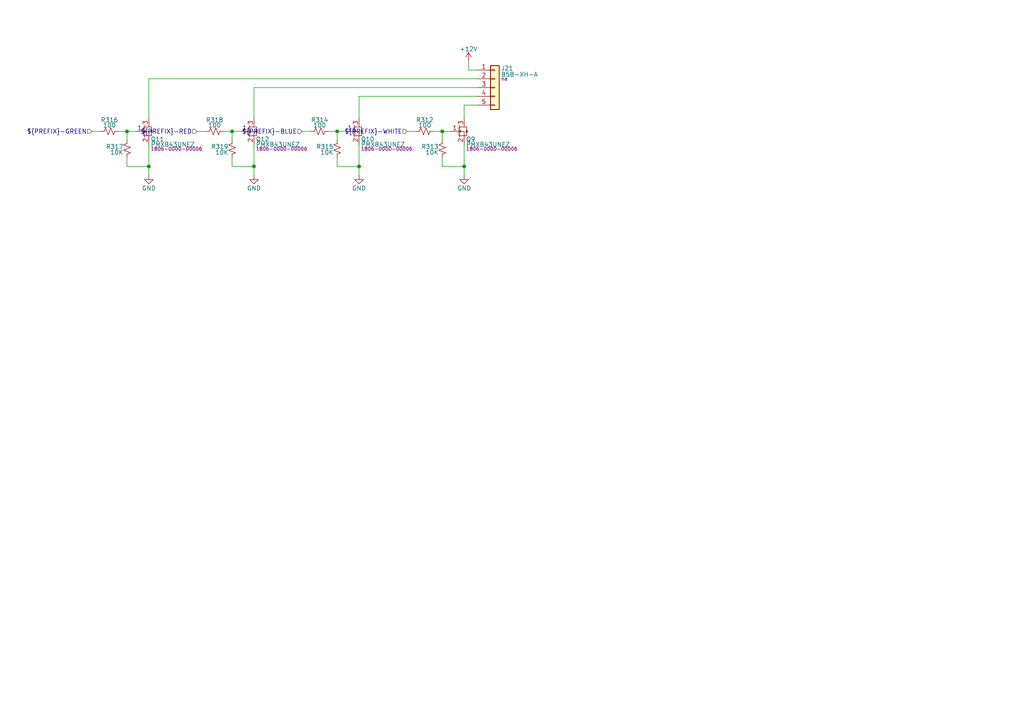
<source format=kicad_sch>
(kicad_sch
	(version 20250114)
	(generator "eeschema")
	(generator_version "9.0")
	(uuid "7bc1f2b6-a1f2-4269-8283-41e70cb464e3")
	(paper "A4")
	(lib_symbols
		(symbol "DX_Connector_JST:B5B-XH-A"
			(pin_names
				(offset 1.016)
				(hide yes)
			)
			(exclude_from_sim no)
			(in_bom yes)
			(on_board yes)
			(property "Reference" "J"
				(at 1.778 5.588 0)
				(effects
					(font
						(size 1.27 1.27)
					)
					(justify left)
				)
			)
			(property "Value" "B5B-XH-A"
				(at 1.778 3.81 0)
				(effects
					(font
						(size 1.27 1.27)
					)
					(justify left)
				)
			)
			(property "Footprint" "Daxxn_Connectors_JST:B5B-XH-A"
				(at 0 10.16 0)
				(effects
					(font
						(size 1.27 1.27)
					)
					(hide yes)
				)
			)
			(property "Datasheet" "${DATASHEETS}/eXH.pdf"
				(at 0 13.208 0)
				(effects
					(font
						(size 1.27 1.27)
					)
					(hide yes)
				)
			)
			(property "Description" "Connector Header Through Hole 5 position 0.098\" (2.50mm)"
				(at 0 11.684 0)
				(effects
					(font
						(size 1.27 1.27)
					)
					(hide yes)
				)
			)
			(property "PartNumber" "na"
				(at 1.778 2.54 0)
				(effects
					(font
						(size 1 1)
					)
					(justify left)
				)
			)
			(property "ki_keywords" "connector jst xh"
				(at 0 0 0)
				(effects
					(font
						(size 1.27 1.27)
					)
					(hide yes)
				)
			)
			(property "ki_fp_filters" "Connector*:*_1x??_*"
				(at 0 0 0)
				(effects
					(font
						(size 1.27 1.27)
					)
					(hide yes)
				)
			)
			(symbol "B5B-XH-A_1_1"
				(rectangle
					(start -1.27 6.35)
					(end 1.27 -6.35)
					(stroke
						(width 0.254)
						(type default)
					)
					(fill
						(type background)
					)
				)
				(rectangle
					(start -1.27 5.207)
					(end 0 4.953)
					(stroke
						(width 0.1524)
						(type default)
					)
					(fill
						(type none)
					)
				)
				(rectangle
					(start -1.27 2.667)
					(end 0 2.413)
					(stroke
						(width 0.1524)
						(type default)
					)
					(fill
						(type none)
					)
				)
				(rectangle
					(start -1.27 0.127)
					(end 0 -0.127)
					(stroke
						(width 0.1524)
						(type default)
					)
					(fill
						(type none)
					)
				)
				(rectangle
					(start -1.27 -2.413)
					(end 0 -2.667)
					(stroke
						(width 0.1524)
						(type default)
					)
					(fill
						(type none)
					)
				)
				(rectangle
					(start -1.27 -4.953)
					(end 0 -5.207)
					(stroke
						(width 0.1524)
						(type default)
					)
					(fill
						(type none)
					)
				)
				(pin passive line
					(at -5.08 5.08 0)
					(length 3.81)
					(name "Pin_1"
						(effects
							(font
								(size 1.27 1.27)
							)
						)
					)
					(number "1"
						(effects
							(font
								(size 1.27 1.27)
							)
						)
					)
				)
				(pin passive line
					(at -5.08 2.54 0)
					(length 3.81)
					(name "Pin_2"
						(effects
							(font
								(size 1.27 1.27)
							)
						)
					)
					(number "2"
						(effects
							(font
								(size 1.27 1.27)
							)
						)
					)
				)
				(pin passive line
					(at -5.08 0 0)
					(length 3.81)
					(name "Pin_3"
						(effects
							(font
								(size 1.27 1.27)
							)
						)
					)
					(number "3"
						(effects
							(font
								(size 1.27 1.27)
							)
						)
					)
				)
				(pin passive line
					(at -5.08 -2.54 0)
					(length 3.81)
					(name "Pin_4"
						(effects
							(font
								(size 1.27 1.27)
							)
						)
					)
					(number "4"
						(effects
							(font
								(size 1.27 1.27)
							)
						)
					)
				)
				(pin passive line
					(at -5.08 -5.08 0)
					(length 3.81)
					(name "Pin_5"
						(effects
							(font
								(size 1.27 1.27)
							)
						)
					)
					(number "5"
						(effects
							(font
								(size 1.27 1.27)
							)
						)
					)
				)
			)
			(embedded_fonts no)
		)
		(symbol "DX_Resistor:RC0402JR-07100RL"
			(pin_numbers
				(hide yes)
			)
			(pin_names
				(offset 0.254)
				(hide yes)
			)
			(exclude_from_sim no)
			(in_bom yes)
			(on_board yes)
			(property "Reference" "R"
				(at 1.016 0.635 0)
				(effects
					(font
						(size 1.27 1.27)
					)
					(justify left)
				)
			)
			(property "Value" "100"
				(at 1.016 -1.016 0)
				(effects
					(font
						(size 1.27 1.27)
					)
					(justify left)
				)
			)
			(property "Footprint" "Daxxn_Standard_Resistors:RES_0402"
				(at 0 5.334 0)
				(effects
					(font
						(size 1.27 1.27)
					)
					(hide yes)
				)
			)
			(property "Datasheet" "${DATASHEETS}/RC-Series.pdf"
				(at 0 6.35 0)
				(effects
					(font
						(size 1.27 1.27)
					)
					(hide yes)
				)
			)
			(property "Description" "RES 100 OHM 5% 1/16W 0402"
				(at 0 3.81 0)
				(effects
					(font
						(size 1.27 1.27)
					)
					(hide yes)
				)
			)
			(property "PartNumber" "0204-0000-00011"
				(at 0 7.874 0)
				(effects
					(font
						(size 1.27 1.27)
					)
					(hide yes)
				)
			)
			(property "ki_keywords" "r resistor daxxn"
				(at 0 0 0)
				(effects
					(font
						(size 1.27 1.27)
					)
					(hide yes)
				)
			)
			(property "ki_fp_filters" "R_*"
				(at 0 0 0)
				(effects
					(font
						(size 1.27 1.27)
					)
					(hide yes)
				)
			)
			(symbol "RC0402JR-07100RL_1_1"
				(polyline
					(pts
						(xy 0 1.524) (xy 1.016 1.143) (xy 0 0.762) (xy -1.016 0.381) (xy 0 0)
					)
					(stroke
						(width 0)
						(type default)
					)
					(fill
						(type none)
					)
				)
				(polyline
					(pts
						(xy 0 0) (xy 1.016 -0.381) (xy 0 -0.762) (xy -1.016 -1.143) (xy 0 -1.524)
					)
					(stroke
						(width 0)
						(type default)
					)
					(fill
						(type none)
					)
				)
				(pin passive line
					(at 0 2.54 270)
					(length 1.016)
					(name "~"
						(effects
							(font
								(size 1.27 1.27)
							)
						)
					)
					(number "1"
						(effects
							(font
								(size 1.27 1.27)
							)
						)
					)
				)
				(pin passive line
					(at 0 -2.54 90)
					(length 1.016)
					(name "~"
						(effects
							(font
								(size 1.27 1.27)
							)
						)
					)
					(number "2"
						(effects
							(font
								(size 1.27 1.27)
							)
						)
					)
				)
			)
			(embedded_fonts no)
		)
		(symbol "DX_Resistor:RC0402JR-0710KL"
			(pin_numbers
				(hide yes)
			)
			(pin_names
				(offset 0.254)
				(hide yes)
			)
			(exclude_from_sim no)
			(in_bom yes)
			(on_board yes)
			(property "Reference" "R"
				(at 1.016 0.635 0)
				(effects
					(font
						(size 1.27 1.27)
					)
					(justify left)
				)
			)
			(property "Value" "10K"
				(at 1.016 -1.016 0)
				(effects
					(font
						(size 1.27 1.27)
					)
					(justify left)
				)
			)
			(property "Footprint" "Daxxn_Standard_Resistors:RES_0402"
				(at 0 5.334 0)
				(effects
					(font
						(size 1.27 1.27)
					)
					(hide yes)
				)
			)
			(property "Datasheet" "${DATASHEETS}/RC-Series.pdf"
				(at 0 6.35 0)
				(effects
					(font
						(size 1.27 1.27)
					)
					(hide yes)
				)
			)
			(property "Description" "RES 10K OHM 5% 1/16W 0402"
				(at 0 3.81 0)
				(effects
					(font
						(size 1.27 1.27)
					)
					(hide yes)
				)
			)
			(property "PartNumber" "0204-0000-00016"
				(at 0 8.128 0)
				(effects
					(font
						(size 1.27 1.27)
					)
					(hide yes)
				)
			)
			(property "ki_keywords" "r resistor daxxn"
				(at 0 0 0)
				(effects
					(font
						(size 1.27 1.27)
					)
					(hide yes)
				)
			)
			(property "ki_fp_filters" "R_*"
				(at 0 0 0)
				(effects
					(font
						(size 1.27 1.27)
					)
					(hide yes)
				)
			)
			(symbol "RC0402JR-0710KL_1_1"
				(polyline
					(pts
						(xy 0 1.524) (xy 1.016 1.143) (xy 0 0.762) (xy -1.016 0.381) (xy 0 0)
					)
					(stroke
						(width 0)
						(type default)
					)
					(fill
						(type none)
					)
				)
				(polyline
					(pts
						(xy 0 0) (xy 1.016 -0.381) (xy 0 -0.762) (xy -1.016 -1.143) (xy 0 -1.524)
					)
					(stroke
						(width 0)
						(type default)
					)
					(fill
						(type none)
					)
				)
				(pin passive line
					(at 0 2.54 270)
					(length 1.016)
					(name "~"
						(effects
							(font
								(size 1.27 1.27)
							)
						)
					)
					(number "1"
						(effects
							(font
								(size 1.27 1.27)
							)
						)
					)
				)
				(pin passive line
					(at 0 -2.54 90)
					(length 1.016)
					(name "~"
						(effects
							(font
								(size 1.27 1.27)
							)
						)
					)
					(number "2"
						(effects
							(font
								(size 1.27 1.27)
							)
						)
					)
				)
			)
			(embedded_fonts no)
		)
		(symbol "DX_Transistor_MOSFET:PMXB43UNEZ"
			(exclude_from_sim no)
			(in_bom yes)
			(on_board yes)
			(property "Reference" "Q"
				(at 2.794 1.778 0)
				(effects
					(font
						(size 1.27 1.27)
					)
					(justify left)
				)
			)
			(property "Value" "PMXB43UNEZ"
				(at 2.794 0 0)
				(effects
					(font
						(size 1.27 1.27)
					)
					(justify left)
				)
			)
			(property "Footprint" "Daxxn_Packages:DFN1010D-3"
				(at 1.27 8.382 0)
				(effects
					(font
						(size 1.27 1.27)
					)
					(hide yes)
				)
			)
			(property "Datasheet" "%LOCAL_DATASHEETS%/PMXB43UNE.pdf"
				(at 1.27 5.842 0)
				(effects
					(font
						(size 1.27 1.27)
					)
					(hide yes)
				)
			)
			(property "Description" "N-Channel 20 V 3.2A (Ta) 400mW (Ta), 8.33W (Tc) Surface Mount DFN1010D-3"
				(at 0 7.112 0)
				(effects
					(font
						(size 1.27 1.27)
					)
					(hide yes)
				)
			)
			(property "PartNumber" "1806-0000-00006"
				(at 2.794 -1.524 0)
				(effects
					(font
						(size 1 1)
					)
					(justify left)
				)
			)
			(property "ki_keywords" "n-ch mosfet fet"
				(at 0 0 0)
				(effects
					(font
						(size 1.27 1.27)
					)
					(hide yes)
				)
			)
			(symbol "PMXB43UNEZ_0_0"
				(pin input line
					(at -2.54 0 0)
					(length 2.25)
					(name "G"
						(effects
							(font
								(size 0 0)
							)
						)
					)
					(number "1"
						(effects
							(font
								(size 1.27 1.27)
							)
						)
					)
				)
				(pin bidirectional line
					(at 1.27 3.81 270)
					(length 2.54)
					(name "D"
						(effects
							(font
								(size 0 0)
							)
						)
					)
					(number "3"
						(effects
							(font
								(size 1.27 1.27)
							)
						)
					)
				)
				(pin bidirectional line
					(at 1.27 -3.81 90)
					(length 2.54)
					(name "S"
						(effects
							(font
								(size 0 0)
							)
						)
					)
					(number "2"
						(effects
							(font
								(size 1.27 1.27)
							)
						)
					)
				)
			)
			(symbol "PMXB43UNEZ_0_1"
				(polyline
					(pts
						(xy -0.254 -1.27) (xy -0.254 1.27)
					)
					(stroke
						(width 0)
						(type default)
					)
					(fill
						(type none)
					)
				)
				(polyline
					(pts
						(xy 0 1.778) (xy 0 0.762)
					)
					(stroke
						(width 0)
						(type default)
					)
					(fill
						(type none)
					)
				)
				(polyline
					(pts
						(xy 0 1.27) (xy 1.27 1.27) (xy 1.27 1.27)
					)
					(stroke
						(width 0)
						(type default)
					)
					(fill
						(type none)
					)
				)
				(polyline
					(pts
						(xy 0 0) (xy 0.254 0.254) (xy 0.254 -0.254) (xy 0 0)
					)
					(stroke
						(width 0)
						(type default)
					)
					(fill
						(type none)
					)
				)
				(polyline
					(pts
						(xy 0 -0.508) (xy 0 0.508)
					)
					(stroke
						(width 0)
						(type default)
					)
					(fill
						(type none)
					)
				)
				(polyline
					(pts
						(xy 0 -1.27) (xy 1.27 -1.27) (xy 1.27 -1.27)
					)
					(stroke
						(width 0)
						(type default)
					)
					(fill
						(type none)
					)
				)
				(polyline
					(pts
						(xy 0 -1.778) (xy 0 -0.762)
					)
					(stroke
						(width 0)
						(type default)
					)
					(fill
						(type none)
					)
				)
				(polyline
					(pts
						(xy 1.27 -1.27) (xy 1.27 0) (xy 0 0)
					)
					(stroke
						(width 0)
						(type default)
					)
					(fill
						(type none)
					)
				)
				(polyline
					(pts
						(xy 1.27 -1.27) (xy 2.032 -1.27) (xy 2.032 1.27) (xy 1.27 1.27)
					)
					(stroke
						(width 0)
						(type default)
					)
					(fill
						(type none)
					)
				)
				(polyline
					(pts
						(xy 1.778 0.254) (xy 2.286 0.254)
					)
					(stroke
						(width 0)
						(type default)
					)
					(fill
						(type none)
					)
				)
				(polyline
					(pts
						(xy 2.032 0.254) (xy 1.778 -0.254) (xy 2.286 -0.254) (xy 2.032 0.254)
					)
					(stroke
						(width 0)
						(type default)
					)
					(fill
						(type outline)
					)
				)
			)
			(embedded_fonts no)
		)
		(symbol "power:+12V"
			(power)
			(pin_numbers
				(hide yes)
			)
			(pin_names
				(offset 0)
				(hide yes)
			)
			(exclude_from_sim no)
			(in_bom yes)
			(on_board yes)
			(property "Reference" "#PWR"
				(at 0 -3.81 0)
				(effects
					(font
						(size 1.27 1.27)
					)
					(hide yes)
				)
			)
			(property "Value" "+12V"
				(at 0 3.556 0)
				(effects
					(font
						(size 1.27 1.27)
					)
				)
			)
			(property "Footprint" ""
				(at 0 0 0)
				(effects
					(font
						(size 1.27 1.27)
					)
					(hide yes)
				)
			)
			(property "Datasheet" ""
				(at 0 0 0)
				(effects
					(font
						(size 1.27 1.27)
					)
					(hide yes)
				)
			)
			(property "Description" "Power symbol creates a global label with name \"+12V\""
				(at 0 0 0)
				(effects
					(font
						(size 1.27 1.27)
					)
					(hide yes)
				)
			)
			(property "ki_keywords" "global power"
				(at 0 0 0)
				(effects
					(font
						(size 1.27 1.27)
					)
					(hide yes)
				)
			)
			(symbol "+12V_0_1"
				(polyline
					(pts
						(xy -0.762 1.27) (xy 0 2.54)
					)
					(stroke
						(width 0)
						(type default)
					)
					(fill
						(type none)
					)
				)
				(polyline
					(pts
						(xy 0 2.54) (xy 0.762 1.27)
					)
					(stroke
						(width 0)
						(type default)
					)
					(fill
						(type none)
					)
				)
				(polyline
					(pts
						(xy 0 0) (xy 0 2.54)
					)
					(stroke
						(width 0)
						(type default)
					)
					(fill
						(type none)
					)
				)
			)
			(symbol "+12V_1_1"
				(pin power_in line
					(at 0 0 90)
					(length 0)
					(name "~"
						(effects
							(font
								(size 1.27 1.27)
							)
						)
					)
					(number "1"
						(effects
							(font
								(size 1.27 1.27)
							)
						)
					)
				)
			)
			(embedded_fonts no)
		)
		(symbol "power:GND"
			(power)
			(pin_numbers
				(hide yes)
			)
			(pin_names
				(offset 0)
				(hide yes)
			)
			(exclude_from_sim no)
			(in_bom yes)
			(on_board yes)
			(property "Reference" "#PWR"
				(at 0 -6.35 0)
				(effects
					(font
						(size 1.27 1.27)
					)
					(hide yes)
				)
			)
			(property "Value" "GND"
				(at 0 -3.81 0)
				(effects
					(font
						(size 1.27 1.27)
					)
				)
			)
			(property "Footprint" ""
				(at 0 0 0)
				(effects
					(font
						(size 1.27 1.27)
					)
					(hide yes)
				)
			)
			(property "Datasheet" ""
				(at 0 0 0)
				(effects
					(font
						(size 1.27 1.27)
					)
					(hide yes)
				)
			)
			(property "Description" "Power symbol creates a global label with name \"GND\" , ground"
				(at 0 0 0)
				(effects
					(font
						(size 1.27 1.27)
					)
					(hide yes)
				)
			)
			(property "ki_keywords" "global power"
				(at 0 0 0)
				(effects
					(font
						(size 1.27 1.27)
					)
					(hide yes)
				)
			)
			(symbol "GND_0_1"
				(polyline
					(pts
						(xy 0 0) (xy 0 -1.27) (xy 1.27 -1.27) (xy 0 -2.54) (xy -1.27 -1.27) (xy 0 -1.27)
					)
					(stroke
						(width 0)
						(type default)
					)
					(fill
						(type none)
					)
				)
			)
			(symbol "GND_1_1"
				(pin power_in line
					(at 0 0 270)
					(length 0)
					(name "~"
						(effects
							(font
								(size 1.27 1.27)
							)
						)
					)
					(number "1"
						(effects
							(font
								(size 1.27 1.27)
							)
						)
					)
				)
			)
			(embedded_fonts no)
		)
	)
	(junction
		(at 36.83 38.1)
		(diameter 0)
		(color 0 0 0 0)
		(uuid "2a037154-1f38-41f8-a4d2-c99390c134e4")
	)
	(junction
		(at 134.62 48.26)
		(diameter 0)
		(color 0 0 0 0)
		(uuid "303bb915-d55e-46d0-982e-de29edced7d6")
	)
	(junction
		(at 128.27 38.1)
		(diameter 0)
		(color 0 0 0 0)
		(uuid "52965aa1-4484-436e-93e7-c727dc11bd14")
	)
	(junction
		(at 73.66 48.26)
		(diameter 0)
		(color 0 0 0 0)
		(uuid "88e52ced-9f23-4e8a-a7ed-8dddc0ab2242")
	)
	(junction
		(at 97.79 38.1)
		(diameter 0)
		(color 0 0 0 0)
		(uuid "cd320425-f725-4188-93f8-2f6ac8ff38d3")
	)
	(junction
		(at 43.18 48.26)
		(diameter 0)
		(color 0 0 0 0)
		(uuid "e9f9583f-3204-4e6e-9195-27a341a08307")
	)
	(junction
		(at 67.31 38.1)
		(diameter 0)
		(color 0 0 0 0)
		(uuid "f28e6a72-a942-4140-8271-cc76aa60f0e5")
	)
	(junction
		(at 104.14 48.26)
		(diameter 0)
		(color 0 0 0 0)
		(uuid "fc916dd0-edfb-42ae-9a58-04e4b4f2d2f5")
	)
	(wire
		(pts
			(xy 125.73 38.1) (xy 128.27 38.1)
		)
		(stroke
			(width 0)
			(type default)
		)
		(uuid "0ac52848-3246-487b-a95d-9ada01611586")
	)
	(wire
		(pts
			(xy 43.18 48.26) (xy 43.18 41.91)
		)
		(stroke
			(width 0)
			(type default)
		)
		(uuid "0d3cad57-ad30-4b8d-8052-fd4cc20f5670")
	)
	(wire
		(pts
			(xy 67.31 38.1) (xy 67.31 40.64)
		)
		(stroke
			(width 0)
			(type default)
		)
		(uuid "0e30dbc8-c5a8-41c9-9127-0725958fc1b4")
	)
	(wire
		(pts
			(xy 104.14 27.94) (xy 138.43 27.94)
		)
		(stroke
			(width 0)
			(type default)
		)
		(uuid "10f2f86e-557c-463f-9341-01708f88c62f")
	)
	(wire
		(pts
			(xy 97.79 48.26) (xy 104.14 48.26)
		)
		(stroke
			(width 0)
			(type default)
		)
		(uuid "250606dc-62e9-4283-b993-39a900384194")
	)
	(wire
		(pts
			(xy 67.31 38.1) (xy 69.85 38.1)
		)
		(stroke
			(width 0)
			(type default)
		)
		(uuid "25f97c0a-69a0-42d6-8df1-b5d24eaee8bf")
	)
	(wire
		(pts
			(xy 36.83 38.1) (xy 39.37 38.1)
		)
		(stroke
			(width 0)
			(type default)
		)
		(uuid "26fb1218-14f3-45f3-b64c-084b685eb2de")
	)
	(wire
		(pts
			(xy 57.15 38.1) (xy 59.69 38.1)
		)
		(stroke
			(width 0)
			(type default)
		)
		(uuid "2e668468-913b-4004-83a0-01e41600efa5")
	)
	(wire
		(pts
			(xy 134.62 48.26) (xy 134.62 50.8)
		)
		(stroke
			(width 0)
			(type default)
		)
		(uuid "2eb2a30a-a52d-4682-97c6-032c0df1fc82")
	)
	(wire
		(pts
			(xy 95.25 38.1) (xy 97.79 38.1)
		)
		(stroke
			(width 0)
			(type default)
		)
		(uuid "3c2d93d1-d667-4484-ae3d-d2e808c707b7")
	)
	(wire
		(pts
			(xy 34.29 38.1) (xy 36.83 38.1)
		)
		(stroke
			(width 0)
			(type default)
		)
		(uuid "3d26c0a4-435b-426a-a37b-68556f06de77")
	)
	(wire
		(pts
			(xy 97.79 38.1) (xy 97.79 40.64)
		)
		(stroke
			(width 0)
			(type default)
		)
		(uuid "4138a3f9-e0f9-4b0c-a441-5bedb0f25c36")
	)
	(wire
		(pts
			(xy 36.83 45.72) (xy 36.83 48.26)
		)
		(stroke
			(width 0)
			(type default)
		)
		(uuid "43a96762-d928-4c52-863a-e0d41a01dc5f")
	)
	(wire
		(pts
			(xy 73.66 48.26) (xy 73.66 41.91)
		)
		(stroke
			(width 0)
			(type default)
		)
		(uuid "4586c78b-8a19-48e6-ae04-923756da63c4")
	)
	(wire
		(pts
			(xy 104.14 34.29) (xy 104.14 27.94)
		)
		(stroke
			(width 0)
			(type default)
		)
		(uuid "46e4022d-0131-47f8-bea4-1e5f26426447")
	)
	(wire
		(pts
			(xy 73.66 25.4) (xy 138.43 25.4)
		)
		(stroke
			(width 0)
			(type default)
		)
		(uuid "4b50c1c5-dccc-4468-bd45-d7d3008423ad")
	)
	(wire
		(pts
			(xy 67.31 48.26) (xy 73.66 48.26)
		)
		(stroke
			(width 0)
			(type default)
		)
		(uuid "6793426f-23c1-48fa-8723-cf6763da639f")
	)
	(wire
		(pts
			(xy 26.67 38.1) (xy 29.21 38.1)
		)
		(stroke
			(width 0)
			(type default)
		)
		(uuid "6956dca8-cdcc-4a5e-aaa5-80e03ebc47cf")
	)
	(wire
		(pts
			(xy 118.11 38.1) (xy 120.65 38.1)
		)
		(stroke
			(width 0)
			(type default)
		)
		(uuid "6f27f10c-446e-455e-a796-53b366ae3f10")
	)
	(wire
		(pts
			(xy 97.79 45.72) (xy 97.79 48.26)
		)
		(stroke
			(width 0)
			(type default)
		)
		(uuid "77a3b28c-8054-4d14-8990-2c896794bac5")
	)
	(wire
		(pts
			(xy 43.18 22.86) (xy 43.18 34.29)
		)
		(stroke
			(width 0)
			(type default)
		)
		(uuid "7ec6061a-4f35-4372-820f-8ed3f49f5b6a")
	)
	(wire
		(pts
			(xy 128.27 48.26) (xy 134.62 48.26)
		)
		(stroke
			(width 0)
			(type default)
		)
		(uuid "7fc37a39-cecf-4c05-84eb-e2d79eb27a87")
	)
	(wire
		(pts
			(xy 64.77 38.1) (xy 67.31 38.1)
		)
		(stroke
			(width 0)
			(type default)
		)
		(uuid "835dee89-4398-4463-b2a4-a26135dbb332")
	)
	(wire
		(pts
			(xy 104.14 48.26) (xy 104.14 50.8)
		)
		(stroke
			(width 0)
			(type default)
		)
		(uuid "85ce2b19-c7d9-4bd4-ba4e-460a2bbfb3fc")
	)
	(wire
		(pts
			(xy 104.14 48.26) (xy 104.14 41.91)
		)
		(stroke
			(width 0)
			(type default)
		)
		(uuid "9fa657dd-cc5e-4e7d-a59c-562507fe2aa3")
	)
	(wire
		(pts
			(xy 128.27 45.72) (xy 128.27 48.26)
		)
		(stroke
			(width 0)
			(type default)
		)
		(uuid "a009a8ed-ad58-4ac5-ac97-118649b2f75e")
	)
	(wire
		(pts
			(xy 36.83 48.26) (xy 43.18 48.26)
		)
		(stroke
			(width 0)
			(type default)
		)
		(uuid "b25c50b7-1c79-4a17-9363-82dca09c1bcf")
	)
	(wire
		(pts
			(xy 36.83 38.1) (xy 36.83 40.64)
		)
		(stroke
			(width 0)
			(type default)
		)
		(uuid "b9eefe92-81a3-4db4-a9a1-32f45c3e53fd")
	)
	(wire
		(pts
			(xy 67.31 45.72) (xy 67.31 48.26)
		)
		(stroke
			(width 0)
			(type default)
		)
		(uuid "bcb869e0-c0e4-47b2-be20-14d005fccef9")
	)
	(wire
		(pts
			(xy 138.43 22.86) (xy 43.18 22.86)
		)
		(stroke
			(width 0)
			(type default)
		)
		(uuid "c6623145-1051-40a6-9ed8-d28a10351ddb")
	)
	(wire
		(pts
			(xy 97.79 38.1) (xy 100.33 38.1)
		)
		(stroke
			(width 0)
			(type default)
		)
		(uuid "cb45d446-c5bd-4a61-a2b2-1d81287348e1")
	)
	(wire
		(pts
			(xy 134.62 30.48) (xy 138.43 30.48)
		)
		(stroke
			(width 0)
			(type default)
		)
		(uuid "d0361a4c-9eb3-482f-8db7-7a07dcc12dfa")
	)
	(wire
		(pts
			(xy 128.27 38.1) (xy 130.81 38.1)
		)
		(stroke
			(width 0)
			(type default)
		)
		(uuid "d0c7f993-854e-4268-8004-225da2c5b66c")
	)
	(wire
		(pts
			(xy 128.27 38.1) (xy 128.27 40.64)
		)
		(stroke
			(width 0)
			(type default)
		)
		(uuid "daecf87d-5a12-400a-aebd-b3e34335aaaa")
	)
	(wire
		(pts
			(xy 138.43 20.32) (xy 135.89 20.32)
		)
		(stroke
			(width 0)
			(type default)
		)
		(uuid "deb3b04b-5019-4a12-98ae-6b2f0d747595")
	)
	(wire
		(pts
			(xy 43.18 48.26) (xy 43.18 50.8)
		)
		(stroke
			(width 0)
			(type default)
		)
		(uuid "e19b0320-9ea7-40eb-b94d-f9703e93bb73")
	)
	(wire
		(pts
			(xy 73.66 48.26) (xy 73.66 50.8)
		)
		(stroke
			(width 0)
			(type default)
		)
		(uuid "e2770868-1ec7-48a6-ae78-b013c20335ae")
	)
	(wire
		(pts
			(xy 134.62 34.29) (xy 134.62 30.48)
		)
		(stroke
			(width 0)
			(type default)
		)
		(uuid "e34edc75-fd0c-4371-8c60-521bc5862524")
	)
	(wire
		(pts
			(xy 135.89 17.78) (xy 135.89 20.32)
		)
		(stroke
			(width 0)
			(type default)
		)
		(uuid "e70aba15-39b1-4e1c-bde1-b1051a37f7e8")
	)
	(wire
		(pts
			(xy 87.63 38.1) (xy 90.17 38.1)
		)
		(stroke
			(width 0)
			(type default)
		)
		(uuid "e85b1d42-d68c-4ad4-aec7-dd91a4df8be1")
	)
	(wire
		(pts
			(xy 134.62 48.26) (xy 134.62 41.91)
		)
		(stroke
			(width 0)
			(type default)
		)
		(uuid "ea3596c5-2c55-477a-a947-5613e7f08ae6")
	)
	(wire
		(pts
			(xy 73.66 34.29) (xy 73.66 25.4)
		)
		(stroke
			(width 0)
			(type default)
		)
		(uuid "f05984bb-6132-4492-98ad-348ae29e866b")
	)
	(hierarchical_label "${PREFIX}-WHITE"
		(shape input)
		(at 118.11 38.1 180)
		(effects
			(font
				(size 1.27 1.27)
			)
			(justify right)
		)
		(uuid "292750b4-fec4-4170-9060-d6f4ebcad29c")
	)
	(hierarchical_label "${PREFIX}-GREEN"
		(shape input)
		(at 26.67 38.1 180)
		(effects
			(font
				(size 1.27 1.27)
			)
			(justify right)
		)
		(uuid "36391331-e0e4-4ac5-98f6-d41cda875393")
	)
	(hierarchical_label "${PREFIX}-RED"
		(shape input)
		(at 57.15 38.1 180)
		(effects
			(font
				(size 1.27 1.27)
			)
			(justify right)
		)
		(uuid "4832354b-77aa-4cda-b561-7f09afb64c2d")
	)
	(hierarchical_label "${PREFIX}-BLUE"
		(shape input)
		(at 87.63 38.1 180)
		(effects
			(font
				(size 1.27 1.27)
			)
			(justify right)
		)
		(uuid "7855e66c-d0ae-40a1-890e-989c2aac0979")
	)
	(symbol
		(lib_id "DX_Resistor:RC0402JR-07100RL")
		(at 123.19 38.1 90)
		(unit 1)
		(exclude_from_sim no)
		(in_bom yes)
		(on_board yes)
		(dnp no)
		(uuid "07bc6c2a-2555-4118-85e4-f1041124d762")
		(property "Reference" "R312"
			(at 123.19 34.798 90)
			(effects
				(font
					(size 1.27 1.27)
				)
			)
		)
		(property "Value" "100"
			(at 123.19 36.322 90)
			(effects
				(font
					(size 1.27 1.27)
				)
			)
		)
		(property "Footprint" "Daxxn_Standard_Resistors:RES_0402"
			(at 117.856 38.1 0)
			(effects
				(font
					(size 1.27 1.27)
				)
				(hide yes)
			)
		)
		(property "Datasheet" "${DATASHEETS}/RC-Series.pdf"
			(at 116.84 38.1 0)
			(effects
				(font
					(size 1.27 1.27)
				)
				(hide yes)
			)
		)
		(property "Description" "RES 100 OHM 5% 1/16W 0402"
			(at 119.38 38.1 0)
			(effects
				(font
					(size 1.27 1.27)
				)
				(hide yes)
			)
		)
		(property "PartNumber" "0204-0000-00011"
			(at 115.316 38.1 0)
			(effects
				(font
					(size 1.27 1.27)
				)
				(hide yes)
			)
		)
		(pin "2"
			(uuid "8eeabfab-dfea-4811-9a53-d961a79dd297")
		)
		(pin "1"
			(uuid "976d133a-495a-4066-b1ce-f8c5fa715223")
		)
		(instances
			(project "BenchyMotherBoard-AM625"
				(path "/7184a1e6-58da-49c8-8a6c-ea31385ec956/8494b7c1-cb3d-49c1-ba37-1630d97ce06f/36ff466e-62d2-42db-bcb1-1780d97dd265"
					(reference "R312")
					(unit 1)
				)
			)
		)
	)
	(symbol
		(lib_id "DX_Resistor:RC0402JR-07100RL")
		(at 31.75 38.1 90)
		(unit 1)
		(exclude_from_sim no)
		(in_bom yes)
		(on_board yes)
		(dnp no)
		(uuid "0c5f039c-c9e7-434f-ad4b-71af9d6a2b44")
		(property "Reference" "R316"
			(at 31.75 34.798 90)
			(effects
				(font
					(size 1.27 1.27)
				)
			)
		)
		(property "Value" "100"
			(at 31.75 36.322 90)
			(effects
				(font
					(size 1.27 1.27)
				)
			)
		)
		(property "Footprint" "Daxxn_Standard_Resistors:RES_0402"
			(at 26.416 38.1 0)
			(effects
				(font
					(size 1.27 1.27)
				)
				(hide yes)
			)
		)
		(property "Datasheet" "${DATASHEETS}/RC-Series.pdf"
			(at 25.4 38.1 0)
			(effects
				(font
					(size 1.27 1.27)
				)
				(hide yes)
			)
		)
		(property "Description" "RES 100 OHM 5% 1/16W 0402"
			(at 27.94 38.1 0)
			(effects
				(font
					(size 1.27 1.27)
				)
				(hide yes)
			)
		)
		(property "PartNumber" "0204-0000-00011"
			(at 23.876 38.1 0)
			(effects
				(font
					(size 1.27 1.27)
				)
				(hide yes)
			)
		)
		(pin "2"
			(uuid "aa3e38e7-6e8e-45c2-9f3c-607297003a30")
		)
		(pin "1"
			(uuid "8b5dd3f5-6a42-414d-bc04-19e5a2d792d7")
		)
		(instances
			(project "BenchyMotherBoard-AM625"
				(path "/7184a1e6-58da-49c8-8a6c-ea31385ec956/8494b7c1-cb3d-49c1-ba37-1630d97ce06f/36ff466e-62d2-42db-bcb1-1780d97dd265"
					(reference "R316")
					(unit 1)
				)
			)
		)
	)
	(symbol
		(lib_id "DX_Transistor_MOSFET:PMXB43UNEZ")
		(at 102.87 38.1 0)
		(unit 1)
		(exclude_from_sim no)
		(in_bom yes)
		(on_board yes)
		(dnp no)
		(uuid "2a11caaa-2988-40d4-a6f8-fd45f0053bfc")
		(property "Reference" "Q10"
			(at 104.648 40.386 0)
			(effects
				(font
					(size 1.27 1.27)
				)
				(justify left)
			)
		)
		(property "Value" "PMXB43UNEZ"
			(at 104.648 41.91 0)
			(effects
				(font
					(size 1.27 1.27)
				)
				(justify left)
			)
		)
		(property "Footprint" "Daxxn_Packages:DFN1010D-3"
			(at 104.14 29.718 0)
			(effects
				(font
					(size 1.27 1.27)
				)
				(hide yes)
			)
		)
		(property "Datasheet" "%LOCAL_DATASHEETS%/PMXB43UNE.pdf"
			(at 104.14 32.258 0)
			(effects
				(font
					(size 1.27 1.27)
				)
				(hide yes)
			)
		)
		(property "Description" "N-Channel 20 V 3.2A (Ta) 400mW (Ta), 8.33W (Tc) Surface Mount DFN1010D-3"
			(at 102.87 30.988 0)
			(effects
				(font
					(size 1.27 1.27)
				)
				(hide yes)
			)
		)
		(property "PartNumber" "1806-0000-00006"
			(at 104.648 43.18 0)
			(effects
				(font
					(size 1 1)
				)
				(justify left)
			)
		)
		(pin "3"
			(uuid "74f4369b-41d8-4136-a0dc-5faaa5458f97")
		)
		(pin "1"
			(uuid "43f83090-7dd5-4daa-968f-b96893132c1e")
		)
		(pin "2"
			(uuid "a686885e-b068-40b2-8324-46d122903d20")
		)
		(instances
			(project "BenchyMotherBoard-AM625"
				(path "/7184a1e6-58da-49c8-8a6c-ea31385ec956/8494b7c1-cb3d-49c1-ba37-1630d97ce06f/36ff466e-62d2-42db-bcb1-1780d97dd265"
					(reference "Q10")
					(unit 1)
				)
			)
		)
	)
	(symbol
		(lib_id "power:GND")
		(at 73.66 50.8 0)
		(unit 1)
		(exclude_from_sim no)
		(in_bom yes)
		(on_board yes)
		(dnp no)
		(uuid "35558f2c-cefe-4642-a7a5-74a2763dd3a5")
		(property "Reference" "#PWR0488"
			(at 73.66 57.15 0)
			(effects
				(font
					(size 1.27 1.27)
				)
				(hide yes)
			)
		)
		(property "Value" "GND"
			(at 73.66 54.61 0)
			(effects
				(font
					(size 1.27 1.27)
				)
			)
		)
		(property "Footprint" ""
			(at 73.66 50.8 0)
			(effects
				(font
					(size 1.27 1.27)
				)
				(hide yes)
			)
		)
		(property "Datasheet" ""
			(at 73.66 50.8 0)
			(effects
				(font
					(size 1.27 1.27)
				)
				(hide yes)
			)
		)
		(property "Description" "Power symbol creates a global label with name \"GND\" , ground"
			(at 73.66 50.8 0)
			(effects
				(font
					(size 1.27 1.27)
				)
				(hide yes)
			)
		)
		(pin "1"
			(uuid "ad354f48-a521-42b1-848b-61ef190d663a")
		)
		(instances
			(project "BenchyMotherBoard-AM625"
				(path "/7184a1e6-58da-49c8-8a6c-ea31385ec956/8494b7c1-cb3d-49c1-ba37-1630d97ce06f/36ff466e-62d2-42db-bcb1-1780d97dd265"
					(reference "#PWR0488")
					(unit 1)
				)
			)
		)
	)
	(symbol
		(lib_id "DX_Resistor:RC0402JR-07100RL")
		(at 62.23 38.1 90)
		(unit 1)
		(exclude_from_sim no)
		(in_bom yes)
		(on_board yes)
		(dnp no)
		(uuid "4494ce7c-b9a9-4e4a-a9ae-ea066944f3cf")
		(property "Reference" "R318"
			(at 62.23 34.798 90)
			(effects
				(font
					(size 1.27 1.27)
				)
			)
		)
		(property "Value" "100"
			(at 62.23 36.322 90)
			(effects
				(font
					(size 1.27 1.27)
				)
			)
		)
		(property "Footprint" "Daxxn_Standard_Resistors:RES_0402"
			(at 56.896 38.1 0)
			(effects
				(font
					(size 1.27 1.27)
				)
				(hide yes)
			)
		)
		(property "Datasheet" "${DATASHEETS}/RC-Series.pdf"
			(at 55.88 38.1 0)
			(effects
				(font
					(size 1.27 1.27)
				)
				(hide yes)
			)
		)
		(property "Description" "RES 100 OHM 5% 1/16W 0402"
			(at 58.42 38.1 0)
			(effects
				(font
					(size 1.27 1.27)
				)
				(hide yes)
			)
		)
		(property "PartNumber" "0204-0000-00011"
			(at 54.356 38.1 0)
			(effects
				(font
					(size 1.27 1.27)
				)
				(hide yes)
			)
		)
		(pin "2"
			(uuid "e5cda6ba-95ed-400c-8176-f18ee554f00b")
		)
		(pin "1"
			(uuid "00621179-9635-4238-8b53-979a8b4212f7")
		)
		(instances
			(project "BenchyMotherBoard-AM625"
				(path "/7184a1e6-58da-49c8-8a6c-ea31385ec956/8494b7c1-cb3d-49c1-ba37-1630d97ce06f/36ff466e-62d2-42db-bcb1-1780d97dd265"
					(reference "R318")
					(unit 1)
				)
			)
		)
	)
	(symbol
		(lib_id "DX_Transistor_MOSFET:PMXB43UNEZ")
		(at 41.91 38.1 0)
		(unit 1)
		(exclude_from_sim no)
		(in_bom yes)
		(on_board yes)
		(dnp no)
		(uuid "4826b9d9-1c76-4c10-b1e1-900db454c0e4")
		(property "Reference" "Q11"
			(at 43.688 40.386 0)
			(effects
				(font
					(size 1.27 1.27)
				)
				(justify left)
			)
		)
		(property "Value" "PMXB43UNEZ"
			(at 43.688 41.91 0)
			(effects
				(font
					(size 1.27 1.27)
				)
				(justify left)
			)
		)
		(property "Footprint" "Daxxn_Packages:DFN1010D-3"
			(at 43.18 29.718 0)
			(effects
				(font
					(size 1.27 1.27)
				)
				(hide yes)
			)
		)
		(property "Datasheet" "%LOCAL_DATASHEETS%/PMXB43UNE.pdf"
			(at 43.18 32.258 0)
			(effects
				(font
					(size 1.27 1.27)
				)
				(hide yes)
			)
		)
		(property "Description" "N-Channel 20 V 3.2A (Ta) 400mW (Ta), 8.33W (Tc) Surface Mount DFN1010D-3"
			(at 41.91 30.988 0)
			(effects
				(font
					(size 1.27 1.27)
				)
				(hide yes)
			)
		)
		(property "PartNumber" "1806-0000-00006"
			(at 43.688 43.18 0)
			(effects
				(font
					(size 1 1)
				)
				(justify left)
			)
		)
		(pin "3"
			(uuid "09c90b8c-80ca-4bc2-9069-7de8bbe91275")
		)
		(pin "1"
			(uuid "d319ae61-d2f2-440e-8247-43035b46f7e8")
		)
		(pin "2"
			(uuid "ed623276-9f99-4989-b57d-80f8d24f46ed")
		)
		(instances
			(project "BenchyMotherBoard-AM625"
				(path "/7184a1e6-58da-49c8-8a6c-ea31385ec956/8494b7c1-cb3d-49c1-ba37-1630d97ce06f/36ff466e-62d2-42db-bcb1-1780d97dd265"
					(reference "Q11")
					(unit 1)
				)
			)
		)
	)
	(symbol
		(lib_id "DX_Resistor:RC0402JR-0710KL")
		(at 128.27 43.18 0)
		(mirror y)
		(unit 1)
		(exclude_from_sim no)
		(in_bom yes)
		(on_board yes)
		(dnp no)
		(uuid "51d3a005-0119-40c7-8189-5887edb667db")
		(property "Reference" "R313"
			(at 127.254 42.545 0)
			(effects
				(font
					(size 1.27 1.27)
				)
				(justify left)
			)
		)
		(property "Value" "10K"
			(at 127.254 44.196 0)
			(effects
				(font
					(size 1.27 1.27)
				)
				(justify left)
			)
		)
		(property "Footprint" "Daxxn_Standard_Resistors:RES_0402"
			(at 128.27 37.846 0)
			(effects
				(font
					(size 1.27 1.27)
				)
				(hide yes)
			)
		)
		(property "Datasheet" "${DATASHEETS}/RC-Series.pdf"
			(at 128.27 36.83 0)
			(effects
				(font
					(size 1.27 1.27)
				)
				(hide yes)
			)
		)
		(property "Description" "RES 10K OHM 5% 1/16W 0402"
			(at 128.27 39.37 0)
			(effects
				(font
					(size 1.27 1.27)
				)
				(hide yes)
			)
		)
		(property "PartNumber" "0204-0000-00016"
			(at 128.27 35.052 0)
			(effects
				(font
					(size 1.27 1.27)
				)
				(hide yes)
			)
		)
		(pin "2"
			(uuid "667a3437-4cbb-44d6-ba67-b043cf76a021")
		)
		(pin "1"
			(uuid "196934ed-cf3c-4b25-8caf-f9012997c13c")
		)
		(instances
			(project "BenchyMotherBoard-AM625"
				(path "/7184a1e6-58da-49c8-8a6c-ea31385ec956/8494b7c1-cb3d-49c1-ba37-1630d97ce06f/36ff466e-62d2-42db-bcb1-1780d97dd265"
					(reference "R313")
					(unit 1)
				)
			)
		)
	)
	(symbol
		(lib_id "DX_Resistor:RC0402JR-0710KL")
		(at 36.83 43.18 0)
		(mirror y)
		(unit 1)
		(exclude_from_sim no)
		(in_bom yes)
		(on_board yes)
		(dnp no)
		(uuid "72461080-c268-4373-82e7-c05cd71e514a")
		(property "Reference" "R317"
			(at 35.814 42.545 0)
			(effects
				(font
					(size 1.27 1.27)
				)
				(justify left)
			)
		)
		(property "Value" "10K"
			(at 35.814 44.196 0)
			(effects
				(font
					(size 1.27 1.27)
				)
				(justify left)
			)
		)
		(property "Footprint" "Daxxn_Standard_Resistors:RES_0402"
			(at 36.83 37.846 0)
			(effects
				(font
					(size 1.27 1.27)
				)
				(hide yes)
			)
		)
		(property "Datasheet" "${DATASHEETS}/RC-Series.pdf"
			(at 36.83 36.83 0)
			(effects
				(font
					(size 1.27 1.27)
				)
				(hide yes)
			)
		)
		(property "Description" "RES 10K OHM 5% 1/16W 0402"
			(at 36.83 39.37 0)
			(effects
				(font
					(size 1.27 1.27)
				)
				(hide yes)
			)
		)
		(property "PartNumber" "0204-0000-00016"
			(at 36.83 35.052 0)
			(effects
				(font
					(size 1.27 1.27)
				)
				(hide yes)
			)
		)
		(pin "2"
			(uuid "016526cb-23f3-4b57-8526-c9c87433f4fd")
		)
		(pin "1"
			(uuid "945ff498-5172-4894-a0af-630f9be87236")
		)
		(instances
			(project "BenchyMotherBoard-AM625"
				(path "/7184a1e6-58da-49c8-8a6c-ea31385ec956/8494b7c1-cb3d-49c1-ba37-1630d97ce06f/36ff466e-62d2-42db-bcb1-1780d97dd265"
					(reference "R317")
					(unit 1)
				)
			)
		)
	)
	(symbol
		(lib_id "DX_Resistor:RC0402JR-0710KL")
		(at 67.31 43.18 0)
		(mirror y)
		(unit 1)
		(exclude_from_sim no)
		(in_bom yes)
		(on_board yes)
		(dnp no)
		(uuid "72eba975-26e2-457d-975b-aa6eb0e656fd")
		(property "Reference" "R319"
			(at 66.294 42.545 0)
			(effects
				(font
					(size 1.27 1.27)
				)
				(justify left)
			)
		)
		(property "Value" "10K"
			(at 66.294 44.196 0)
			(effects
				(font
					(size 1.27 1.27)
				)
				(justify left)
			)
		)
		(property "Footprint" "Daxxn_Standard_Resistors:RES_0402"
			(at 67.31 37.846 0)
			(effects
				(font
					(size 1.27 1.27)
				)
				(hide yes)
			)
		)
		(property "Datasheet" "${DATASHEETS}/RC-Series.pdf"
			(at 67.31 36.83 0)
			(effects
				(font
					(size 1.27 1.27)
				)
				(hide yes)
			)
		)
		(property "Description" "RES 10K OHM 5% 1/16W 0402"
			(at 67.31 39.37 0)
			(effects
				(font
					(size 1.27 1.27)
				)
				(hide yes)
			)
		)
		(property "PartNumber" "0204-0000-00016"
			(at 67.31 35.052 0)
			(effects
				(font
					(size 1.27 1.27)
				)
				(hide yes)
			)
		)
		(pin "2"
			(uuid "0715076e-6c3d-49a1-8421-59854bef955e")
		)
		(pin "1"
			(uuid "f0b861e9-6c7f-4eec-9be0-95e5980e9ce7")
		)
		(instances
			(project "BenchyMotherBoard-AM625"
				(path "/7184a1e6-58da-49c8-8a6c-ea31385ec956/8494b7c1-cb3d-49c1-ba37-1630d97ce06f/36ff466e-62d2-42db-bcb1-1780d97dd265"
					(reference "R319")
					(unit 1)
				)
			)
		)
	)
	(symbol
		(lib_id "DX_Transistor_MOSFET:PMXB43UNEZ")
		(at 72.39 38.1 0)
		(unit 1)
		(exclude_from_sim no)
		(in_bom yes)
		(on_board yes)
		(dnp no)
		(uuid "8589c578-df43-43d8-8d28-47df304cb291")
		(property "Reference" "Q12"
			(at 74.168 40.386 0)
			(effects
				(font
					(size 1.27 1.27)
				)
				(justify left)
			)
		)
		(property "Value" "PMXB43UNEZ"
			(at 74.168 41.91 0)
			(effects
				(font
					(size 1.27 1.27)
				)
				(justify left)
			)
		)
		(property "Footprint" "Daxxn_Packages:DFN1010D-3"
			(at 73.66 29.718 0)
			(effects
				(font
					(size 1.27 1.27)
				)
				(hide yes)
			)
		)
		(property "Datasheet" "%LOCAL_DATASHEETS%/PMXB43UNE.pdf"
			(at 73.66 32.258 0)
			(effects
				(font
					(size 1.27 1.27)
				)
				(hide yes)
			)
		)
		(property "Description" "N-Channel 20 V 3.2A (Ta) 400mW (Ta), 8.33W (Tc) Surface Mount DFN1010D-3"
			(at 72.39 30.988 0)
			(effects
				(font
					(size 1.27 1.27)
				)
				(hide yes)
			)
		)
		(property "PartNumber" "1806-0000-00006"
			(at 74.168 43.18 0)
			(effects
				(font
					(size 1 1)
				)
				(justify left)
			)
		)
		(pin "3"
			(uuid "ab67645a-28ae-41ff-b3ea-0e4298c5d282")
		)
		(pin "1"
			(uuid "676653f0-89de-465b-b6da-87e85330d664")
		)
		(pin "2"
			(uuid "421dde5b-aa80-4316-ac94-9019b7bcd557")
		)
		(instances
			(project "BenchyMotherBoard-AM625"
				(path "/7184a1e6-58da-49c8-8a6c-ea31385ec956/8494b7c1-cb3d-49c1-ba37-1630d97ce06f/36ff466e-62d2-42db-bcb1-1780d97dd265"
					(reference "Q12")
					(unit 1)
				)
			)
		)
	)
	(symbol
		(lib_id "DX_Connector_JST:B5B-XH-A")
		(at 143.51 25.4 0)
		(unit 1)
		(exclude_from_sim no)
		(in_bom yes)
		(on_board yes)
		(dnp no)
		(uuid "98233e8e-855b-41a7-95c4-28344498935a")
		(property "Reference" "J21"
			(at 145.288 19.812 0)
			(effects
				(font
					(size 1.27 1.27)
				)
				(justify left)
			)
		)
		(property "Value" "B5B-XH-A"
			(at 145.288 21.59 0)
			(effects
				(font
					(size 1.27 1.27)
				)
				(justify left)
			)
		)
		(property "Footprint" "Daxxn_Connectors_JST:B5B-XH-A"
			(at 143.51 15.24 0)
			(effects
				(font
					(size 1.27 1.27)
				)
				(hide yes)
			)
		)
		(property "Datasheet" "${DATASHEETS}/eXH.pdf"
			(at 143.51 12.192 0)
			(effects
				(font
					(size 1.27 1.27)
				)
				(hide yes)
			)
		)
		(property "Description" "Connector Header Through Hole 5 position 0.098\" (2.50mm)"
			(at 143.51 13.716 0)
			(effects
				(font
					(size 1.27 1.27)
				)
				(hide yes)
			)
		)
		(property "PartNumber" "na"
			(at 145.288 22.86 0)
			(effects
				(font
					(size 1 1)
				)
				(justify left)
			)
		)
		(pin "4"
			(uuid "21498d07-3d4b-4630-add5-d474538969d5")
		)
		(pin "3"
			(uuid "49eeca0b-b876-45d4-b1d6-c52108587151")
		)
		(pin "1"
			(uuid "c00aed5a-1126-42ea-b527-df279e33cc85")
		)
		(pin "2"
			(uuid "b3f33be9-c14c-4633-b3e1-049d7fabd907")
		)
		(pin "5"
			(uuid "fb70918d-2653-4ea5-99f7-2eafb7d1f21f")
		)
		(instances
			(project ""
				(path "/7184a1e6-58da-49c8-8a6c-ea31385ec956/8494b7c1-cb3d-49c1-ba37-1630d97ce06f"
					(reference "J21")
					(unit 1)
				)
				(path "/7184a1e6-58da-49c8-8a6c-ea31385ec956/8494b7c1-cb3d-49c1-ba37-1630d97ce06f/36ff466e-62d2-42db-bcb1-1780d97dd265"
					(reference "J21")
					(unit 1)
				)
				(path "/7184a1e6-58da-49c8-8a6c-ea31385ec956/8494b7c1-cb3d-49c1-ba37-1630d97ce06f/cfe5824b-ca2a-44ec-b40d-02d009d78388"
					(reference "J21")
					(unit 1)
				)
			)
		)
	)
	(symbol
		(lib_id "power:+12V")
		(at 135.89 17.78 0)
		(unit 1)
		(exclude_from_sim no)
		(in_bom yes)
		(on_board yes)
		(dnp no)
		(uuid "a123bec4-ed76-4c1f-bad5-2311b0588f76")
		(property "Reference" "#PWR0482"
			(at 135.89 21.59 0)
			(effects
				(font
					(size 1.27 1.27)
				)
				(hide yes)
			)
		)
		(property "Value" "+12V"
			(at 135.89 14.224 0)
			(effects
				(font
					(size 1.27 1.27)
				)
			)
		)
		(property "Footprint" ""
			(at 135.89 17.78 0)
			(effects
				(font
					(size 1.27 1.27)
				)
				(hide yes)
			)
		)
		(property "Datasheet" ""
			(at 135.89 17.78 0)
			(effects
				(font
					(size 1.27 1.27)
				)
				(hide yes)
			)
		)
		(property "Description" "Power symbol creates a global label with name \"+12V\""
			(at 135.89 17.78 0)
			(effects
				(font
					(size 1.27 1.27)
				)
				(hide yes)
			)
		)
		(pin "1"
			(uuid "25e4e32d-c2ec-4c64-aa49-e85f302ce312")
		)
		(instances
			(project ""
				(path "/7184a1e6-58da-49c8-8a6c-ea31385ec956/8494b7c1-cb3d-49c1-ba37-1630d97ce06f"
					(reference "#PWR0482")
					(unit 1)
				)
				(path "/7184a1e6-58da-49c8-8a6c-ea31385ec956/8494b7c1-cb3d-49c1-ba37-1630d97ce06f/36ff466e-62d2-42db-bcb1-1780d97dd265"
					(reference "#PWR0482")
					(unit 1)
				)
				(path "/7184a1e6-58da-49c8-8a6c-ea31385ec956/8494b7c1-cb3d-49c1-ba37-1630d97ce06f/cfe5824b-ca2a-44ec-b40d-02d009d78388"
					(reference "#PWR0482")
					(unit 1)
				)
			)
		)
	)
	(symbol
		(lib_id "power:GND")
		(at 43.18 50.8 0)
		(unit 1)
		(exclude_from_sim no)
		(in_bom yes)
		(on_board yes)
		(dnp no)
		(uuid "bb6ac4dd-bc6b-4f73-8205-71d48bc1b6f2")
		(property "Reference" "#PWR0487"
			(at 43.18 57.15 0)
			(effects
				(font
					(size 1.27 1.27)
				)
				(hide yes)
			)
		)
		(property "Value" "GND"
			(at 43.18 54.61 0)
			(effects
				(font
					(size 1.27 1.27)
				)
			)
		)
		(property "Footprint" ""
			(at 43.18 50.8 0)
			(effects
				(font
					(size 1.27 1.27)
				)
				(hide yes)
			)
		)
		(property "Datasheet" ""
			(at 43.18 50.8 0)
			(effects
				(font
					(size 1.27 1.27)
				)
				(hide yes)
			)
		)
		(property "Description" "Power symbol creates a global label with name \"GND\" , ground"
			(at 43.18 50.8 0)
			(effects
				(font
					(size 1.27 1.27)
				)
				(hide yes)
			)
		)
		(pin "1"
			(uuid "e8fee222-899e-48be-be18-cef9e69ac33d")
		)
		(instances
			(project "BenchyMotherBoard-AM625"
				(path "/7184a1e6-58da-49c8-8a6c-ea31385ec956/8494b7c1-cb3d-49c1-ba37-1630d97ce06f/36ff466e-62d2-42db-bcb1-1780d97dd265"
					(reference "#PWR0487")
					(unit 1)
				)
			)
		)
	)
	(symbol
		(lib_id "DX_Resistor:RC0402JR-0710KL")
		(at 97.79 43.18 0)
		(mirror y)
		(unit 1)
		(exclude_from_sim no)
		(in_bom yes)
		(on_board yes)
		(dnp no)
		(uuid "c0ab4dc0-2e24-4368-a2ce-902d1301e00f")
		(property "Reference" "R315"
			(at 96.774 42.545 0)
			(effects
				(font
					(size 1.27 1.27)
				)
				(justify left)
			)
		)
		(property "Value" "10K"
			(at 96.774 44.196 0)
			(effects
				(font
					(size 1.27 1.27)
				)
				(justify left)
			)
		)
		(property "Footprint" "Daxxn_Standard_Resistors:RES_0402"
			(at 97.79 37.846 0)
			(effects
				(font
					(size 1.27 1.27)
				)
				(hide yes)
			)
		)
		(property "Datasheet" "${DATASHEETS}/RC-Series.pdf"
			(at 97.79 36.83 0)
			(effects
				(font
					(size 1.27 1.27)
				)
				(hide yes)
			)
		)
		(property "Description" "RES 10K OHM 5% 1/16W 0402"
			(at 97.79 39.37 0)
			(effects
				(font
					(size 1.27 1.27)
				)
				(hide yes)
			)
		)
		(property "PartNumber" "0204-0000-00016"
			(at 97.79 35.052 0)
			(effects
				(font
					(size 1.27 1.27)
				)
				(hide yes)
			)
		)
		(pin "2"
			(uuid "ac254428-4963-442e-a2fd-b542964e6318")
		)
		(pin "1"
			(uuid "298e9274-f0be-4351-87a7-ff78611428eb")
		)
		(instances
			(project "BenchyMotherBoard-AM625"
				(path "/7184a1e6-58da-49c8-8a6c-ea31385ec956/8494b7c1-cb3d-49c1-ba37-1630d97ce06f/36ff466e-62d2-42db-bcb1-1780d97dd265"
					(reference "R315")
					(unit 1)
				)
			)
		)
	)
	(symbol
		(lib_id "power:GND")
		(at 104.14 50.8 0)
		(unit 1)
		(exclude_from_sim no)
		(in_bom yes)
		(on_board yes)
		(dnp no)
		(uuid "d6eedba8-23f4-4aa7-9abd-9bc6bb4e5583")
		(property "Reference" "#PWR0486"
			(at 104.14 57.15 0)
			(effects
				(font
					(size 1.27 1.27)
				)
				(hide yes)
			)
		)
		(property "Value" "GND"
			(at 104.14 54.61 0)
			(effects
				(font
					(size 1.27 1.27)
				)
			)
		)
		(property "Footprint" ""
			(at 104.14 50.8 0)
			(effects
				(font
					(size 1.27 1.27)
				)
				(hide yes)
			)
		)
		(property "Datasheet" ""
			(at 104.14 50.8 0)
			(effects
				(font
					(size 1.27 1.27)
				)
				(hide yes)
			)
		)
		(property "Description" "Power symbol creates a global label with name \"GND\" , ground"
			(at 104.14 50.8 0)
			(effects
				(font
					(size 1.27 1.27)
				)
				(hide yes)
			)
		)
		(pin "1"
			(uuid "72084cfa-fc06-489a-9d5f-efbd54c5eb08")
		)
		(instances
			(project "BenchyMotherBoard-AM625"
				(path "/7184a1e6-58da-49c8-8a6c-ea31385ec956/8494b7c1-cb3d-49c1-ba37-1630d97ce06f/36ff466e-62d2-42db-bcb1-1780d97dd265"
					(reference "#PWR0486")
					(unit 1)
				)
			)
		)
	)
	(symbol
		(lib_id "DX_Resistor:RC0402JR-07100RL")
		(at 92.71 38.1 90)
		(unit 1)
		(exclude_from_sim no)
		(in_bom yes)
		(on_board yes)
		(dnp no)
		(uuid "e48b06d7-6d2c-4c61-947b-c151ec0ecc21")
		(property "Reference" "R314"
			(at 92.71 34.798 90)
			(effects
				(font
					(size 1.27 1.27)
				)
			)
		)
		(property "Value" "100"
			(at 92.71 36.322 90)
			(effects
				(font
					(size 1.27 1.27)
				)
			)
		)
		(property "Footprint" "Daxxn_Standard_Resistors:RES_0402"
			(at 87.376 38.1 0)
			(effects
				(font
					(size 1.27 1.27)
				)
				(hide yes)
			)
		)
		(property "Datasheet" "${DATASHEETS}/RC-Series.pdf"
			(at 86.36 38.1 0)
			(effects
				(font
					(size 1.27 1.27)
				)
				(hide yes)
			)
		)
		(property "Description" "RES 100 OHM 5% 1/16W 0402"
			(at 88.9 38.1 0)
			(effects
				(font
					(size 1.27 1.27)
				)
				(hide yes)
			)
		)
		(property "PartNumber" "0204-0000-00011"
			(at 84.836 38.1 0)
			(effects
				(font
					(size 1.27 1.27)
				)
				(hide yes)
			)
		)
		(pin "2"
			(uuid "f837abf2-ac76-4908-be8b-1cb4cf9d7c47")
		)
		(pin "1"
			(uuid "c31b469c-e15b-43d2-845d-82c35bb8516e")
		)
		(instances
			(project "BenchyMotherBoard-AM625"
				(path "/7184a1e6-58da-49c8-8a6c-ea31385ec956/8494b7c1-cb3d-49c1-ba37-1630d97ce06f/36ff466e-62d2-42db-bcb1-1780d97dd265"
					(reference "R314")
					(unit 1)
				)
			)
		)
	)
	(symbol
		(lib_id "power:GND")
		(at 134.62 50.8 0)
		(unit 1)
		(exclude_from_sim no)
		(in_bom yes)
		(on_board yes)
		(dnp no)
		(uuid "e8787d41-b0f6-40d9-a1fd-1dccccd286bd")
		(property "Reference" "#PWR0485"
			(at 134.62 57.15 0)
			(effects
				(font
					(size 1.27 1.27)
				)
				(hide yes)
			)
		)
		(property "Value" "GND"
			(at 134.62 54.61 0)
			(effects
				(font
					(size 1.27 1.27)
				)
			)
		)
		(property "Footprint" ""
			(at 134.62 50.8 0)
			(effects
				(font
					(size 1.27 1.27)
				)
				(hide yes)
			)
		)
		(property "Datasheet" ""
			(at 134.62 50.8 0)
			(effects
				(font
					(size 1.27 1.27)
				)
				(hide yes)
			)
		)
		(property "Description" "Power symbol creates a global label with name \"GND\" , ground"
			(at 134.62 50.8 0)
			(effects
				(font
					(size 1.27 1.27)
				)
				(hide yes)
			)
		)
		(pin "1"
			(uuid "57d0f9dd-335b-4d7a-9e54-a1e2ea15fdfa")
		)
		(instances
			(project "BenchyMotherBoard-AM625"
				(path "/7184a1e6-58da-49c8-8a6c-ea31385ec956/8494b7c1-cb3d-49c1-ba37-1630d97ce06f/36ff466e-62d2-42db-bcb1-1780d97dd265"
					(reference "#PWR0485")
					(unit 1)
				)
			)
		)
	)
	(symbol
		(lib_id "DX_Transistor_MOSFET:PMXB43UNEZ")
		(at 133.35 38.1 0)
		(unit 1)
		(exclude_from_sim no)
		(in_bom yes)
		(on_board yes)
		(dnp no)
		(uuid "f42d0d27-80be-48b3-92a9-32f5cec92448")
		(property "Reference" "Q9"
			(at 135.128 40.386 0)
			(effects
				(font
					(size 1.27 1.27)
				)
				(justify left)
			)
		)
		(property "Value" "PMXB43UNEZ"
			(at 135.128 41.91 0)
			(effects
				(font
					(size 1.27 1.27)
				)
				(justify left)
			)
		)
		(property "Footprint" "Daxxn_Packages:DFN1010D-3"
			(at 134.62 29.718 0)
			(effects
				(font
					(size 1.27 1.27)
				)
				(hide yes)
			)
		)
		(property "Datasheet" "%LOCAL_DATASHEETS%/PMXB43UNE.pdf"
			(at 134.62 32.258 0)
			(effects
				(font
					(size 1.27 1.27)
				)
				(hide yes)
			)
		)
		(property "Description" "N-Channel 20 V 3.2A (Ta) 400mW (Ta), 8.33W (Tc) Surface Mount DFN1010D-3"
			(at 133.35 30.988 0)
			(effects
				(font
					(size 1.27 1.27)
				)
				(hide yes)
			)
		)
		(property "PartNumber" "1806-0000-00006"
			(at 135.128 43.18 0)
			(effects
				(font
					(size 1 1)
				)
				(justify left)
			)
		)
		(pin "3"
			(uuid "9abf4ce9-a156-414d-90f2-d3c5a0618886")
		)
		(pin "1"
			(uuid "c191ba40-1c00-4345-a739-c4e9240ca5fb")
		)
		(pin "2"
			(uuid "dac9bc8d-719c-4558-a990-404110bf5152")
		)
		(instances
			(project "BenchyMotherBoard-AM625"
				(path "/7184a1e6-58da-49c8-8a6c-ea31385ec956/8494b7c1-cb3d-49c1-ba37-1630d97ce06f/36ff466e-62d2-42db-bcb1-1780d97dd265"
					(reference "Q9")
					(unit 1)
				)
			)
		)
	)
)

</source>
